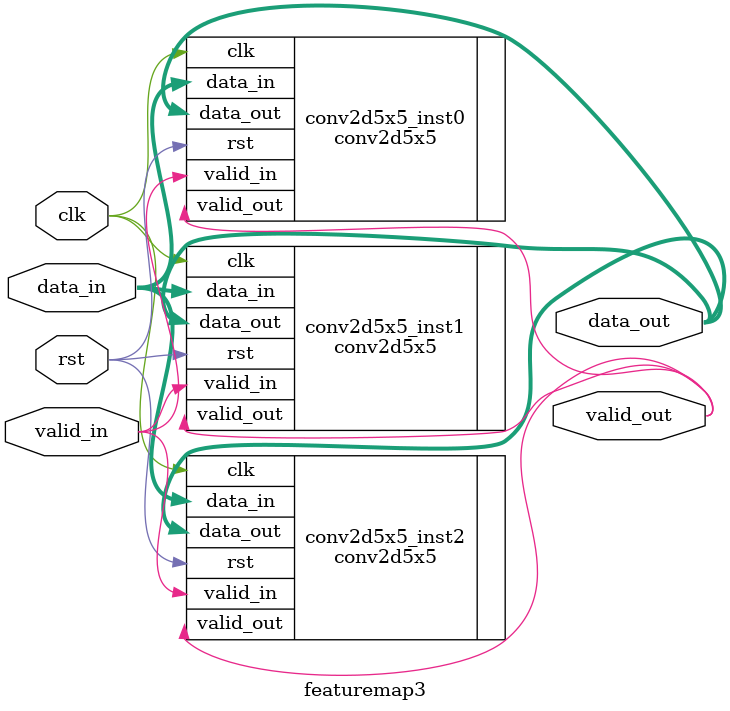
<source format=v>
module featuremap3(
	input clk,
	input rst,

	input [DATA_WIDTH - 1:0] data_in,
	input valid_in,

	output [DATA_WIDTH - 1:0] data_out,
	output valid_out
);
	parameter DATA_WIDTH = 24;
conv2d5x5 #(
	.w0(0.005289406),
	.w1(0.046010956),
	.w2(-0.09546393),
	.w3(-0.017749287),
	.w4(-0.044680562),
	.w5(0.076098524),
	.w6(0.014410314),
	.w7(0.08313962),
	.w8(-0.031949148),
	.w9(-0.02413141),
	.w10(-0.0010079497),
	.w11(0.05338038),
	.w12(-0.059164807),
	.w13(0.093651384),
	.w14(0.098482855),
	.w15(0.06162755),
	.w16(0.072844125),
	.w17(-0.111094266),
	.w18(-0.102842346),
	.w19(0.075119555),
	.w20(-0.026132978),
	.w21(0.012287694),
	.w22(-0.1096901),
	.w23(0.10592997),
	.w24(0.047065005),
)
conv2d5x5_inst0(
	.clk(clk),
	.rst(rst),
	.data_in(data_in),
	.valid_in(valid_in),
	.data_out(data_out),
	.valid_out(valid_out)
);

conv2d5x5 #(
	.w0(0.10872816),
	.w1(0.07245057),
	.w2(0.021749454),
	.w3(0.002306233),
	.w4(0.081650324),
	.w5(0.11501795),
	.w6(0.08986692),
	.w7(0.02796221),
	.w8(-0.040609516),
	.w9(0.015369412),
	.w10(0.0790861),
	.w11(-0.054021616),
	.w12(0.019180184),
	.w13(0.039971437),
	.w14(-0.07176369),
	.w15(-0.08995478),
	.w16(-0.035633817),
	.w17(0.019373722),
	.w18(0.0005729724),
	.w19(0.09656105),
	.w20(0.0031276792),
	.w21(-0.054475572),
	.w22(-0.04844792),
	.w23(-0.013289945),
	.w24(0.008898795),
)
conv2d5x5_inst1(
	.clk(clk),
	.rst(rst),
	.data_in(data_in),
	.valid_in(valid_in),
	.data_out(data_out),
	.valid_out(valid_out)
);

conv2d5x5 #(
	.w0(-0.07880388),
	.w1(-0.10759029),
	.w2(-0.026167613),
	.w3(0.08532621),
	.w4(-0.04661117),
	.w5(-0.041562352),
	.w6(0.06551392),
	.w7(-0.11211205),
	.w8(0.10177669),
	.w9(0.01425627),
	.w10(-0.09775627),
	.w11(0.096620835),
	.w12(0.09996234),
	.w13(-0.07935963),
	.w14(-0.007326173),
	.w15(0.019297326),
	.w16(0.11125018),
	.w17(0.10881609),
	.w18(-0.06175017),
	.w19(0.07278605),
	.w20(-0.06334491),
	.w21(-0.04576379),
	.w22(-0.025591845),
	.w23(-0.010154916),
	.w24(-0.020836182),
)
conv2d5x5_inst2(
	.clk(clk),
	.rst(rst),
	.data_in(data_in),
	.valid_in(valid_in),
	.data_out(data_out),
	.valid_out(valid_out)
);

endmodule
</source>
